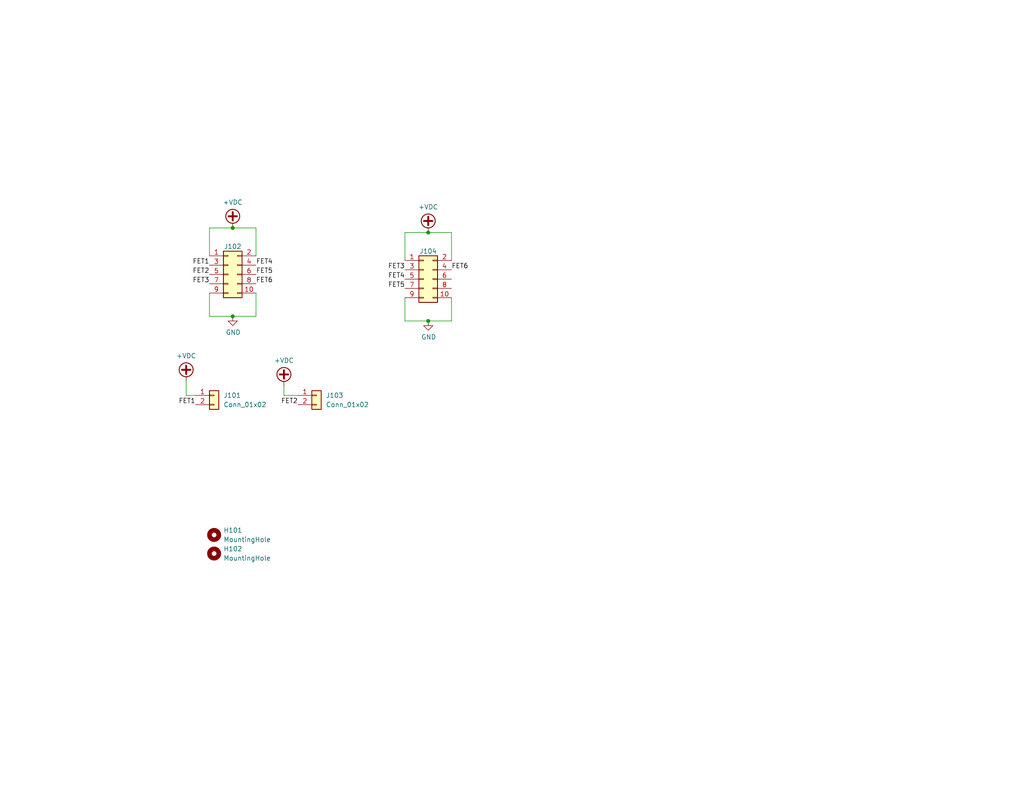
<source format=kicad_sch>
(kicad_sch (version 20231120) (generator "eeschema") (generator_version "8.0")
  (paper "USLetter")
  (title_block (date "2025-01-03"))
  (lib_symbols
    (symbol "Connector_Generic:Conn_01x02" (pin_names (offset 1.016) hide)
      (property "Reference" "J" (at 0 2.54 0))
      (property "Value" "Conn_01x02" (at 0 -5.08 0))
      (symbol "Conn_01x02_1_1"
        (rectangle (start -1.27 -2.413) (end 0 -2.667) (stroke (width 0.1524)))
        (rectangle (start -1.27 0.127) (end 0 -0.127) (stroke (width 0.1524)))
        (rectangle (start -1.27 1.27) (end 1.27 -3.81) (stroke (width 0.254)) (fill (type background)))
        (pin passive line (at -5.08 0 0) (length 3.81) (name "Pin_1") (number "1"))
        (pin passive line (at -5.08 -2.54 0) (length 3.81) (name "Pin_2") (number "2"))
      )
    )
    (symbol "Mechanical:MountingHole" (pin_names (offset 1.016))
      (property "Reference" "H" (at 0 5.08 0))
      (property "Value" "MountingHole" (at 0 3.175 0))
      (symbol "MountingHole_0_1"
        (circle (center 0 0) (radius 1.27) (stroke (width 1.27)))
      )
    )
    (symbol "power:+VDC" (power) (pin_names (offset 0))
      (property "Value" "+VDC" (at 0 6.35 0))
      (symbol "+VDC_0_1"
        (polyline (pts (xy -1.143 3.175) (xy 1.143 3.175)) (stroke (width 0.508)))
        (polyline (pts (xy 0 0) (xy 0 1.27)))
        (polyline (pts (xy 0 2.032) (xy 0 4.318)) (stroke (width 0.508)))
        (circle (center 0 3.175) (radius 1.905) (stroke (width 0.254)))
      )
      (symbol "+VDC_1_1"
        (pin power_in line (at 0 0 90) (length 0) hide (name "+VDC") (number "1"))
      )
    )
    (symbol "power:GND" (power) (pin_names (offset 0))
      (property "Value" "GND" (at 0 -3.81 0))
      (symbol "GND_0_1"
        (polyline (pts (xy 0 0) (xy 0 -1.27) (xy 1.27 -1.27) (xy 0 -2.54) (xy -1.27 -1.27) (xy 0 -1.27)))
      )
      (symbol "GND_1_1"
        (pin power_in line (at 0 0 270) (length 0) hide (name "GND") (number "1"))
      )
    )
    (symbol "unRamps-rescue:Conn_02x05_Odd_Even-conn" (pin_names (offset 1.016) hide)
      (property "Reference" "J" (at 1.27 7.62 0))
      (property "Value" "Conn_02x05_Odd_Even-conn" (at 1.27 -7.62 0))
      (symbol "Conn_02x05_Odd_Even-conn_1_1"
        (rectangle (start -1.27 -4.953) (end 0 -5.207) (stroke (width 0.1524)))
        (rectangle (start -1.27 -2.413) (end 0 -2.667) (stroke (width 0.1524)))
        (rectangle (start -1.27 0.127) (end 0 -0.127) (stroke (width 0.1524)))
        (rectangle (start -1.27 2.667) (end 0 2.413) (stroke (width 0.1524)))
        (rectangle (start -1.27 5.207) (end 0 4.953) (stroke (width 0.1524)))
        (rectangle (start -1.27 6.35) (end 3.81 -6.35) (stroke (width 0.254)) (fill (type background)))
        (rectangle (start 3.81 -4.953) (end 2.54 -5.207) (stroke (width 0.1524)))
        (rectangle (start 3.81 -2.413) (end 2.54 -2.667) (stroke (width 0.1524)))
        (rectangle (start 3.81 0.127) (end 2.54 -0.127) (stroke (width 0.1524)))
        (rectangle (start 3.81 2.667) (end 2.54 2.413) (stroke (width 0.1524)))
        (rectangle (start 3.81 5.207) (end 2.54 4.953) (stroke (width 0.1524)))
        (pin passive line (at -5.08 5.08 0) (length 3.81) (name "Pin_1") (number "1"))
        (pin passive line (at 7.62 -5.08 180) (length 3.81) (name "Pin_10") (number "10"))
        (pin passive line (at 7.62 5.08 180) (length 3.81) (name "Pin_2") (number "2"))
        (pin passive line (at -5.08 2.54 0) (length 3.81) (name "Pin_3") (number "3"))
        (pin passive line (at 7.62 2.54 180) (length 3.81) (name "Pin_4") (number "4"))
        (pin passive line (at -5.08 0 0) (length 3.81) (name "Pin_5") (number "5"))
        (pin passive line (at 7.62 0 180) (length 3.81) (name "Pin_6") (number "6"))
        (pin passive line (at -5.08 -2.54 0) (length 3.81) (name "Pin_7") (number "7"))
        (pin passive line (at 7.62 -2.54 180) (length 3.81) (name "Pin_8") (number "8"))
        (pin passive line (at -5.08 -5.08 0) (length 3.81) (name "Pin_9") (number "9"))
      )
    )
  )
  (junction (at 63.5 62.23))
  (junction (at 63.5 86.36))
  (junction (at 116.84 87.63))
  (junction (at 116.84 63.5))
  (wire (pts (xy 63.5 62.23) (xy 57.15 62.23)))
  (wire (pts (xy 53.34 107.95) (xy 50.8 107.95)))
  (wire (pts (xy 110.49 63.5) (xy 110.49 71.12)))
  (wire (pts (xy 63.5 62.23) (xy 69.85 62.23)))
  (wire (pts (xy 116.84 63.5) (xy 110.49 63.5)))
  (wire (pts (xy 110.49 87.63) (xy 116.84 87.63)))
  (wire (pts (xy 57.15 80.01) (xy 57.15 86.36)))
  (wire (pts (xy 69.85 86.36) (xy 69.85 80.01)))
  (wire (pts (xy 116.84 87.63) (xy 123.19 87.63)))
  (wire (pts (xy 57.15 62.23) (xy 57.15 69.85)))
  (wire (pts (xy 77.47 107.95) (xy 81.28 107.95)))
  (wire (pts (xy 110.49 81.28) (xy 110.49 87.63)))
  (wire (pts (xy 63.5 86.36) (xy 69.85 86.36)))
  (wire (pts (xy 69.85 62.23) (xy 69.85 69.85)))
  (wire (pts (xy 116.84 63.5) (xy 123.19 63.5)))
  (wire (pts (xy 123.19 87.63) (xy 123.19 81.28)))
  (wire (pts (xy 57.15 86.36) (xy 63.5 86.36)))
  (wire (pts (xy 77.47 105.41) (xy 77.47 107.95)))
  (wire (pts (xy 123.19 63.5) (xy 123.19 71.12)))
  (wire (pts (xy 50.8 107.95) (xy 50.8 104.14)))
  (label "FET2" (at 57.15 74.93 180))
  (label "FET2" (at 81.28 110.49 180))
  (label "FET4" (at 69.85 72.39 0))
  (label "FET6" (at 123.19 73.66 0))
  (label "FET3" (at 57.15 77.47 180))
  (label "FET6" (at 69.85 77.47 0))
  (label "FET1" (at 57.15 72.39 180))
  (label "FET3" (at 110.49 73.66 180))
  (label "FET5" (at 110.49 78.74 180))
  (label "FET1" (at 53.34 110.49 180))
  (label "FET4" (at 110.49 76.2 180))
  (label "FET5" (at 69.85 74.93 0))
  (symbol (lib_id "power:+VDC") (at 50.8 104.14 0) (unit 1)
    (property "Reference" "#PWR0101" (effects (hide yes)))
    (property "Value" "+VDC" (at 50.8 97.155 0))
  )
  (symbol (lib_id "Connector_Generic:Conn_01x02") (at 58.42 107.95 0) (unit 1)
    (property "Reference" "J101" (at 60.96 107.9499 0) (effects (justify left)))
    (property "Value" "Conn_01x02" (at 60.96 110.4899 0) (effects (justify left)))
    (property "Footprint" "Connector_JST:JST_XH_S2B-XH-A_1x02_P2.50mm_Horizontal" (effects (hide yes)))
    (property "Description" "Generic connector, single row, 01x02, script generated (kicad-library-utils/schlib/autogen/connector/)" (effects (hide yes)))
  )
  (symbol (lib_id "unRamps-rescue:Conn_02x05_Odd_Even-conn") (at 62.23 74.93 0) (unit 1)
    (property "Reference" "J102" (at 63.5 67.31 0))
    (property "Value" "Conn_02x05_Odd_Even" (effects (hide yes)))
    (property "Footprint" "Connector_IDC:IDC-Header_2x05_P2.54mm_Vertical" (effects (hide yes)))
  )
  (symbol (lib_id "power:+VDC") (at 116.84 63.5 0) (unit 1)
    (property "Reference" "#PWR0105" (effects (hide yes)))
    (property "Value" "+VDC" (at 116.84 56.515 0))
  )
  (symbol (lib_id "Mechanical:MountingHole") (at 58.42 146.05 0) (unit 1)
    (property "Reference" "H101" (at 60.96 144.7799 0) (effects (justify left)))
    (property "Value" "MountingHole" (at 60.96 147.3199 0) (effects (justify left)))
    (property "Footprint" "MountingHole:MountingHole_4.3mm_M4_ISO7380_Pad" (effects (hide yes)))
    (property "Description" "Mounting Hole without connection" (effects (hide yes)))
  )
  (symbol (lib_id "Connector_Generic:Conn_01x02") (at 86.36 107.95 0) (unit 1)
    (property "Reference" "J103" (at 88.9 107.9499 0) (effects (justify left)))
    (property "Value" "Conn_01x02" (at 88.9 110.4899 0) (effects (justify left)))
    (property "Footprint" "Connector_JST:JST_XH_S2B-XH-A_1x02_P2.50mm_Horizontal" (effects (hide yes)))
    (property "Description" "Generic connector, single row, 01x02, script generated (kicad-library-utils/schlib/autogen/connector/)" (effects (hide yes)))
  )
  (symbol (lib_id "power:+VDC") (at 77.47 105.41 0) (unit 1)
    (property "Reference" "#PWR0104" (effects (hide yes)))
    (property "Value" "+VDC" (at 77.47 98.425 0))
  )
  (symbol (lib_id "power:+VDC") (at 63.5 62.23 0) (unit 1)
    (property "Reference" "#PWR0102" (effects (hide yes)))
    (property "Value" "+VDC" (at 63.5 55.245 0))
  )
  (symbol (lib_id "Mechanical:MountingHole") (at 58.42 151.13 0) (unit 1)
    (property "Reference" "H102" (at 60.96 149.8599 0) (effects (justify left)))
    (property "Value" "MountingHole" (at 60.96 152.3999 0) (effects (justify left)))
    (property "Footprint" "MountingHole:MountingHole_4.3mm_M4_ISO7380_Pad" (effects (hide yes)))
    (property "Description" "Mounting Hole without connection" (effects (hide yes)))
  )
  (symbol (lib_id "power:GND") (at 63.5 86.36 0) (unit 1)
    (property "Reference" "#PWR0103" (effects (hide yes)))
    (property "Value" "GND" (at 63.627 90.7542 0))
  )
  (symbol (lib_id "power:GND") (at 116.84 87.63 0) (unit 1)
    (property "Reference" "#PWR0106" (effects (hide yes)))
    (property "Value" "GND" (at 116.967 92.0242 0))
  )
  (symbol (lib_id "unRamps-rescue:Conn_02x05_Odd_Even-conn") (at 115.57 76.2 0) (unit 1)
    (property "Reference" "J104" (at 116.84 68.58 0))
    (property "Value" "Conn_02x05_Odd_Even" (effects (hide yes)))
    (property "Footprint" "Connector_IDC:IDC-Header_2x05_P2.54mm_Vertical" (effects (hide yes)))
  )
)
</source>
